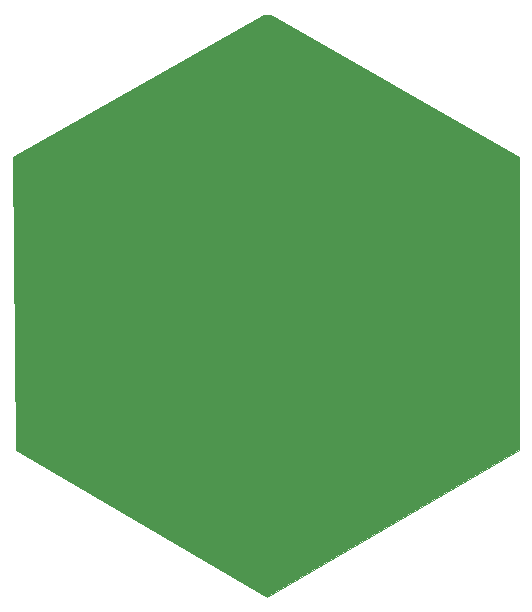
<source format=gbr>
G04 #@! TF.GenerationSoftware,KiCad,Pcbnew,(5.99.0-8045-ga69a4be853)*
G04 #@! TF.CreationDate,2021-01-01T20:51:05-08:00*
G04 #@! TF.ProjectId,gtb-6layer-no-mask,6774622d-366c-4617-9965-722d6e6f2d6d,rev?*
G04 #@! TF.SameCoordinates,Original*
G04 #@! TF.FileFunction,Soldermask,Top*
G04 #@! TF.FilePolarity,Negative*
%FSLAX46Y46*%
G04 Gerber Fmt 4.6, Leading zero omitted, Abs format (unit mm)*
G04 Created by KiCad (PCBNEW (5.99.0-8045-ga69a4be853)) date 2021-01-01 20:51:05*
%MOMM*%
%LPD*%
G01*
G04 APERTURE LIST*
%ADD10C,0.100000*%
%ADD11R,1.600000X1.600000*%
%ADD12C,1.600000*%
%ADD13C,1.998980*%
%ADD14R,1.800000X1.800000*%
%ADD15C,1.800000*%
%ADD16O,1.600000X1.600000*%
G04 APERTURE END LIST*
D10*
X177800000Y-81915000D02*
X177800000Y-106680000D01*
X177800000Y-106680000D02*
X156427159Y-119133602D01*
X156427159Y-119133602D02*
X135255000Y-106680000D01*
X135255000Y-106680000D02*
X134984802Y-81921928D01*
X134984802Y-81921928D02*
X156210000Y-69850000D01*
X156210000Y-69850000D02*
X156845000Y-69850000D01*
X156845000Y-69850000D02*
X177800000Y-81915000D01*
G36*
X177800000Y-81915000D02*
G01*
X177800000Y-106680000D01*
X156427159Y-119133602D01*
X135255000Y-106680000D01*
X134984802Y-81921928D01*
X156210000Y-69850000D01*
X156845000Y-69850000D01*
X177800000Y-81915000D01*
G37*
X177800000Y-81915000D02*
X177800000Y-106680000D01*
X156427159Y-119133602D01*
X135255000Y-106680000D01*
X134984802Y-81921928D01*
X156210000Y-69850000D01*
X156845000Y-69850000D01*
X177800000Y-81915000D01*
D11*
X152070000Y-95270000D03*
D12*
X154610000Y-95270000D03*
X157150000Y-95270000D03*
X159690000Y-95270000D03*
X159690000Y-87650000D03*
X157150000Y-87650000D03*
X154610000Y-87650000D03*
X152070000Y-87650000D03*
D13*
X175940000Y-93100000D03*
X175940000Y-84100000D03*
X137340000Y-105170000D03*
X137340000Y-96170000D03*
X137280000Y-83730000D03*
X137280000Y-92730000D03*
D14*
X144920000Y-95340000D03*
D15*
X144920000Y-92800000D03*
D12*
X175960000Y-104290000D03*
D16*
X175960000Y-96790000D03*
D14*
X154880000Y-82800000D03*
D15*
X157420000Y-82800000D03*
D14*
X155120000Y-100090000D03*
D15*
X157660000Y-100090000D03*
D14*
X165640000Y-95080000D03*
D15*
X165640000Y-92540000D03*
M02*

</source>
